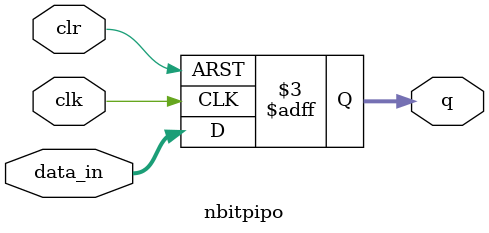
<source format=v>
module nbitpipo #(parameter NBIT = 5)( input clk,
       		 input clr,
		 input [NBIT -1:0] data_in,
		 output reg [NBIT -1 :0] q);
	 
always @(posedge clk or negedge clr)
begin
	if (!clr)
		q = 0;
	else 
		q <= data_in;
end
endmodule

</source>
